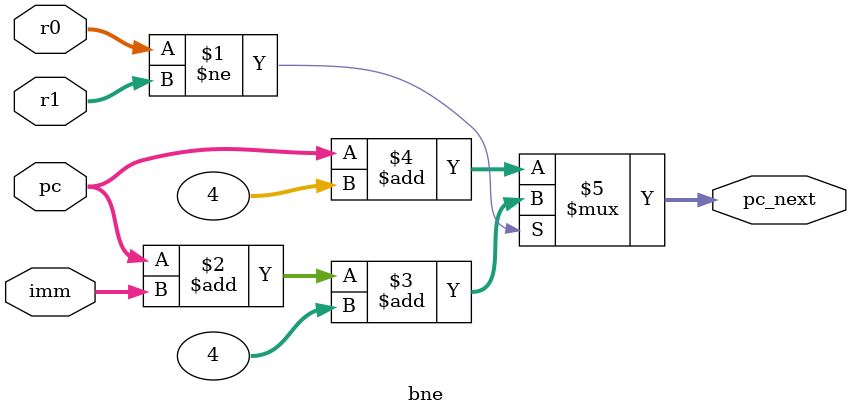
<source format=v>
module bne(r0, r1, imm, pc, pc_next);
input[31:0] r0, r1, imm;
input[31:0] pc;

output[31:0] pc_next;

assign pc_next = (r0 != r1) ? pc + imm + 4 : pc + 4;

endmodule
</source>
